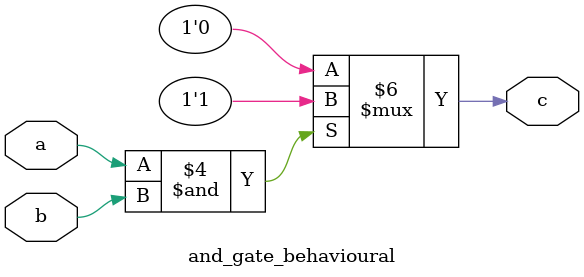
<source format=sv>
/* Behavioural style. */

module and_gate_behavioural (
    input a, b,
    output logic c
);
    always_comb begin
        if (a == 1'b1 & b == 1'b1)
            c = 1'b1;
        else
            c = 1'b0;
    end
endmodule : and_gate_behavioural


/* End of file. */

</source>
